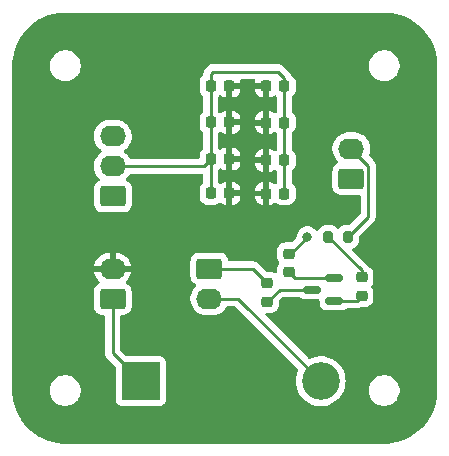
<source format=gbr>
%TF.GenerationSoftware,KiCad,Pcbnew,8.0.5*%
%TF.CreationDate,2024-09-30T19:38:02-05:00*%
%TF.ProjectId,HornProject_v0.0,486f726e-5072-46f6-9a65-63745f76302e,0.0*%
%TF.SameCoordinates,Original*%
%TF.FileFunction,Copper,L1,Top*%
%TF.FilePolarity,Positive*%
%FSLAX46Y46*%
G04 Gerber Fmt 4.6, Leading zero omitted, Abs format (unit mm)*
G04 Created by KiCad (PCBNEW 8.0.5) date 2024-09-30 19:38:02*
%MOMM*%
%LPD*%
G01*
G04 APERTURE LIST*
G04 Aperture macros list*
%AMRoundRect*
0 Rectangle with rounded corners*
0 $1 Rounding radius*
0 $2 $3 $4 $5 $6 $7 $8 $9 X,Y pos of 4 corners*
0 Add a 4 corners polygon primitive as box body*
4,1,4,$2,$3,$4,$5,$6,$7,$8,$9,$2,$3,0*
0 Add four circle primitives for the rounded corners*
1,1,$1+$1,$2,$3*
1,1,$1+$1,$4,$5*
1,1,$1+$1,$6,$7*
1,1,$1+$1,$8,$9*
0 Add four rect primitives between the rounded corners*
20,1,$1+$1,$2,$3,$4,$5,0*
20,1,$1+$1,$4,$5,$6,$7,0*
20,1,$1+$1,$6,$7,$8,$9,0*
20,1,$1+$1,$8,$9,$2,$3,0*%
G04 Aperture macros list end*
%TA.AperFunction,SMDPad,CuDef*%
%ADD10RoundRect,0.225000X0.225000X0.250000X-0.225000X0.250000X-0.225000X-0.250000X0.225000X-0.250000X0*%
%TD*%
%TA.AperFunction,SMDPad,CuDef*%
%ADD11RoundRect,0.225000X0.250000X-0.225000X0.250000X0.225000X-0.250000X0.225000X-0.250000X-0.225000X0*%
%TD*%
%TA.AperFunction,SMDPad,CuDef*%
%ADD12RoundRect,0.218750X0.256250X-0.218750X0.256250X0.218750X-0.256250X0.218750X-0.256250X-0.218750X0*%
%TD*%
%TA.AperFunction,SMDPad,CuDef*%
%ADD13RoundRect,0.218750X-0.256250X0.218750X-0.256250X-0.218750X0.256250X-0.218750X0.256250X0.218750X0*%
%TD*%
%TA.AperFunction,SMDPad,CuDef*%
%ADD14RoundRect,0.225000X-0.225000X-0.250000X0.225000X-0.250000X0.225000X0.250000X-0.225000X0.250000X0*%
%TD*%
%TA.AperFunction,SMDPad,CuDef*%
%ADD15RoundRect,0.200000X-0.200000X-0.275000X0.200000X-0.275000X0.200000X0.275000X-0.200000X0.275000X0*%
%TD*%
%TA.AperFunction,ComponentPad*%
%ADD16RoundRect,0.250000X0.845000X-0.620000X0.845000X0.620000X-0.845000X0.620000X-0.845000X-0.620000X0*%
%TD*%
%TA.AperFunction,ComponentPad*%
%ADD17O,2.190000X1.740000*%
%TD*%
%TA.AperFunction,SMDPad,CuDef*%
%ADD18RoundRect,0.150000X0.587500X0.150000X-0.587500X0.150000X-0.587500X-0.150000X0.587500X-0.150000X0*%
%TD*%
%TA.AperFunction,ComponentPad*%
%ADD19RoundRect,0.250000X-0.845000X0.620000X-0.845000X-0.620000X0.845000X-0.620000X0.845000X0.620000X0*%
%TD*%
%TA.AperFunction,ComponentPad*%
%ADD20R,3.200000X3.200000*%
%TD*%
%TA.AperFunction,ComponentPad*%
%ADD21O,3.200000X3.200000*%
%TD*%
%TA.AperFunction,ViaPad*%
%ADD22C,0.800000*%
%TD*%
%TA.AperFunction,Conductor*%
%ADD23C,0.250000*%
%TD*%
G04 APERTURE END LIST*
D10*
%TO.P,C4,1*%
%TO.N,+24V*%
X49875000Y-46400000D03*
%TO.P,C4,2*%
%TO.N,Net-(Power_Connectors1-Pin_2)*%
X48325000Y-46400000D03*
%TD*%
D11*
%TO.P,C1,1*%
%TO.N,Net-(MOSFETT1-G)*%
X61100000Y-57975000D03*
%TO.P,C1,2*%
%TO.N,Net-(C1-Pad2)*%
X61100000Y-56425000D03*
%TD*%
D12*
%TO.P,F1,1*%
%TO.N,Net-(MOSFETT1-S)*%
X54900000Y-55987500D03*
%TO.P,F1,2*%
%TO.N,GND*%
X54900000Y-54412500D03*
%TD*%
D13*
%TO.P,F2,1*%
%TO.N,/Horn Out*%
X53100000Y-56912500D03*
%TO.P,F2,2*%
%TO.N,Net-(MOSFETT1-D)*%
X53100000Y-58487500D03*
%TD*%
D14*
%TO.P,C8,1*%
%TO.N,+24V*%
X53000000Y-49320000D03*
%TO.P,C8,2*%
%TO.N,Net-(Power_Connectors1-Pin_2)*%
X54550000Y-49320000D03*
%TD*%
D15*
%TO.P,R1,1*%
%TO.N,Net-(C1-Pad2)*%
X58275000Y-53000000D03*
%TO.P,R1,2*%
%TO.N,/Horn Control*%
X59925000Y-53000000D03*
%TD*%
D10*
%TO.P,C5,1*%
%TO.N,+24V*%
X49875000Y-49300000D03*
%TO.P,C5,2*%
%TO.N,Net-(Power_Connectors1-Pin_2)*%
X48325000Y-49300000D03*
%TD*%
%TO.P,C9,1*%
%TO.N,Net-(Power_Connectors1-Pin_2)*%
X54550000Y-40220000D03*
%TO.P,C9,2*%
%TO.N,+24V*%
X53000000Y-40220000D03*
%TD*%
D16*
%TO.P,Power_Connectors1,1,Pin_1*%
%TO.N,GND*%
X40020000Y-49540000D03*
D17*
%TO.P,Power_Connectors1,2,Pin_2*%
%TO.N,Net-(Power_Connectors1-Pin_2)*%
X40020000Y-47000000D03*
%TO.P,Power_Connectors1,3,Pin_3*%
%TO.N,GND*%
X40020000Y-44460000D03*
%TD*%
D18*
%TO.P,MOSFETT1,1,G*%
%TO.N,Net-(MOSFETT1-G)*%
X58775000Y-58400000D03*
%TO.P,MOSFETT1,2,S*%
%TO.N,Net-(MOSFETT1-S)*%
X58775000Y-56500000D03*
%TO.P,MOSFETT1,3,D*%
%TO.N,Net-(MOSFETT1-D)*%
X56900000Y-57450000D03*
%TD*%
D14*
%TO.P,C7,1*%
%TO.N,+24V*%
X53000000Y-46520000D03*
%TO.P,C7,2*%
%TO.N,Net-(Power_Connectors1-Pin_2)*%
X54550000Y-46520000D03*
%TD*%
D16*
%TO.P,Horn_Out1,1,Pin_1*%
%TO.N,Net-(Horn_Out1-Pin_1)*%
X40000000Y-58250000D03*
D17*
%TO.P,Horn_Out1,2,Pin_2*%
%TO.N,+24V*%
X40000000Y-55710000D03*
%TD*%
D19*
%TO.P,Horn_Out2,1,Pin_1*%
%TO.N,/Horn Out*%
X48200000Y-55700000D03*
D17*
%TO.P,Horn_Out2,2,Pin_2*%
%TO.N,Net-(Horn_Out2-Pin_2)*%
X48200000Y-58240000D03*
%TD*%
D10*
%TO.P,C3,1*%
%TO.N,+24V*%
X49875000Y-43300000D03*
%TO.P,C3,2*%
%TO.N,Net-(Power_Connectors1-Pin_2)*%
X48325000Y-43300000D03*
%TD*%
D14*
%TO.P,C6,1*%
%TO.N,+24V*%
X53000000Y-43320000D03*
%TO.P,C6,2*%
%TO.N,Net-(Power_Connectors1-Pin_2)*%
X54550000Y-43320000D03*
%TD*%
%TO.P,C2,1*%
%TO.N,Net-(Power_Connectors1-Pin_2)*%
X48325000Y-40200000D03*
%TO.P,C2,2*%
%TO.N,+24V*%
X49875000Y-40200000D03*
%TD*%
D16*
%TO.P,Horn_Control1,1,Pin_1*%
%TO.N,GND*%
X60220000Y-48070000D03*
D17*
%TO.P,Horn_Control1,2,Pin_2*%
%TO.N,/Horn Control*%
X60220000Y-45530000D03*
%TD*%
D20*
%TO.P,Rectifier_Diode1,1,K*%
%TO.N,Net-(Horn_Out1-Pin_1)*%
X42380000Y-65200000D03*
D21*
%TO.P,Rectifier_Diode1,2,A*%
%TO.N,Net-(Horn_Out2-Pin_2)*%
X57620000Y-65200000D03*
%TD*%
D22*
%TO.N,GND*%
X56500000Y-53000000D03*
%TD*%
D23*
%TO.N,/Horn Control*%
X61640000Y-51285000D02*
X61640000Y-46950000D01*
X59925000Y-53000000D02*
X61640000Y-51285000D01*
X61640000Y-46950000D02*
X60220000Y-45530000D01*
%TO.N,Net-(Power_Connectors1-Pin_2)*%
X54550000Y-39550000D02*
X54550000Y-40220000D01*
X54000000Y-39000000D02*
X54550000Y-39550000D01*
X48500000Y-39000000D02*
X54000000Y-39000000D01*
X54550000Y-40220000D02*
X54550000Y-49320000D01*
X48325000Y-46400000D02*
X48325000Y-49300000D01*
X48325000Y-40200000D02*
X48325000Y-39175000D01*
X48325000Y-39175000D02*
X48500000Y-39000000D01*
X48325000Y-43300000D02*
X48325000Y-40200000D01*
X48325000Y-46400000D02*
X48325000Y-43300000D01*
X40020000Y-47000000D02*
X47725000Y-47000000D01*
X47725000Y-47000000D02*
X48325000Y-46400000D01*
%TO.N,GND*%
X55087500Y-54412500D02*
X56500000Y-53000000D01*
X54900000Y-54412500D02*
X55087500Y-54412500D01*
%TO.N,Net-(C1-Pad2)*%
X61100000Y-56425000D02*
X61100000Y-55825000D01*
X61100000Y-55825000D02*
X58275000Y-53000000D01*
%TO.N,Net-(MOSFETT1-G)*%
X58775000Y-58400000D02*
X60675000Y-58400000D01*
X60675000Y-58400000D02*
X61100000Y-57975000D01*
%TO.N,Net-(MOSFETT1-S)*%
X55412500Y-56500000D02*
X54900000Y-55987500D01*
X58775000Y-56500000D02*
X55412500Y-56500000D01*
%TO.N,Net-(MOSFETT1-D)*%
X54137500Y-57450000D02*
X53100000Y-58487500D01*
X56900000Y-57450000D02*
X54137500Y-57450000D01*
%TO.N,/Horn Out*%
X48200000Y-55700000D02*
X51887500Y-55700000D01*
X51887500Y-55700000D02*
X53100000Y-56912500D01*
%TO.N,Net-(Horn_Out1-Pin_1)*%
X40000000Y-58250000D02*
X40000000Y-62820000D01*
X40000000Y-62820000D02*
X42380000Y-65200000D01*
%TO.N,Net-(Horn_Out2-Pin_2)*%
X50660000Y-58240000D02*
X57620000Y-65200000D01*
X48200000Y-58240000D02*
X50660000Y-58240000D01*
%TD*%
%TA.AperFunction,Conductor*%
%TO.N,+24V*%
G36*
X63000692Y-34000007D02*
G01*
X63202929Y-34002343D01*
X63212931Y-34002863D01*
X63616336Y-34040244D01*
X63627654Y-34041823D01*
X63995590Y-34110602D01*
X64025200Y-34116137D01*
X64036351Y-34118760D01*
X64425313Y-34229429D01*
X64436151Y-34233061D01*
X64813285Y-34379164D01*
X64823747Y-34383784D01*
X65185760Y-34564044D01*
X65195748Y-34569607D01*
X65432071Y-34715932D01*
X65539599Y-34782511D01*
X65549048Y-34788984D01*
X65871779Y-35032699D01*
X65880580Y-35040008D01*
X66179448Y-35312462D01*
X66187542Y-35320556D01*
X66459987Y-35619414D01*
X66467304Y-35628225D01*
X66711015Y-35950951D01*
X66717488Y-35960400D01*
X66930387Y-36304242D01*
X66935960Y-36314249D01*
X67116211Y-36676244D01*
X67120838Y-36686721D01*
X67266934Y-37063837D01*
X67270573Y-37074697D01*
X67381239Y-37463650D01*
X67383862Y-37474799D01*
X67458174Y-37872332D01*
X67459756Y-37883676D01*
X67497135Y-38287064D01*
X67497656Y-38297073D01*
X67499992Y-38499307D01*
X67500000Y-38500739D01*
X67500000Y-65999260D01*
X67499992Y-66000692D01*
X67497656Y-66202926D01*
X67497135Y-66212935D01*
X67459756Y-66616323D01*
X67458174Y-66627667D01*
X67383862Y-67025200D01*
X67381239Y-67036349D01*
X67270573Y-67425302D01*
X67266934Y-67436162D01*
X67120838Y-67813278D01*
X67116211Y-67823755D01*
X66935960Y-68185750D01*
X66930387Y-68195757D01*
X66717488Y-68539599D01*
X66711015Y-68549048D01*
X66467304Y-68871774D01*
X66459987Y-68880585D01*
X66187542Y-69179443D01*
X66179443Y-69187542D01*
X65880585Y-69459987D01*
X65871774Y-69467304D01*
X65549048Y-69711015D01*
X65539599Y-69717488D01*
X65195757Y-69930387D01*
X65185750Y-69935960D01*
X64823755Y-70116211D01*
X64813278Y-70120838D01*
X64436162Y-70266934D01*
X64425302Y-70270573D01*
X64036349Y-70381239D01*
X64025200Y-70383862D01*
X63627667Y-70458174D01*
X63616323Y-70459756D01*
X63212935Y-70497135D01*
X63202926Y-70497656D01*
X63000693Y-70499992D01*
X62999261Y-70500000D01*
X36000739Y-70500000D01*
X35999307Y-70499992D01*
X35797073Y-70497656D01*
X35787064Y-70497135D01*
X35383676Y-70459756D01*
X35372332Y-70458174D01*
X34974799Y-70383862D01*
X34963650Y-70381239D01*
X34574697Y-70270573D01*
X34563837Y-70266934D01*
X34186721Y-70120838D01*
X34176244Y-70116211D01*
X33814249Y-69935960D01*
X33804242Y-69930387D01*
X33460400Y-69717488D01*
X33450951Y-69711015D01*
X33128225Y-69467304D01*
X33119414Y-69459987D01*
X32820556Y-69187542D01*
X32812457Y-69179443D01*
X32540012Y-68880585D01*
X32532695Y-68871774D01*
X32288984Y-68549048D01*
X32282511Y-68539599D01*
X32215932Y-68432071D01*
X32069607Y-68195748D01*
X32064044Y-68185760D01*
X31883784Y-67823747D01*
X31879161Y-67813278D01*
X31733061Y-67436151D01*
X31729429Y-67425313D01*
X31618760Y-67036349D01*
X31616137Y-67025200D01*
X31583132Y-66848637D01*
X31541823Y-66627654D01*
X31540244Y-66616336D01*
X31502863Y-66212931D01*
X31502343Y-66202926D01*
X31500008Y-66000692D01*
X31500000Y-65999260D01*
X31500000Y-65897648D01*
X34699500Y-65897648D01*
X34699500Y-66102351D01*
X34731522Y-66304534D01*
X34794781Y-66499223D01*
X34887715Y-66681613D01*
X35008028Y-66847213D01*
X35152786Y-66991971D01*
X35307749Y-67104556D01*
X35318390Y-67112287D01*
X35418430Y-67163260D01*
X35500776Y-67205218D01*
X35500778Y-67205218D01*
X35500781Y-67205220D01*
X35605137Y-67239127D01*
X35695465Y-67268477D01*
X35796557Y-67284488D01*
X35897648Y-67300500D01*
X35897649Y-67300500D01*
X36102351Y-67300500D01*
X36102352Y-67300500D01*
X36304534Y-67268477D01*
X36499219Y-67205220D01*
X36681610Y-67112287D01*
X36801476Y-67025200D01*
X36847213Y-66991971D01*
X36847215Y-66991968D01*
X36847219Y-66991966D01*
X36991966Y-66847219D01*
X36991968Y-66847215D01*
X36991971Y-66847213D01*
X37044732Y-66774590D01*
X37112287Y-66681610D01*
X37205220Y-66499219D01*
X37268477Y-66304534D01*
X37300500Y-66102352D01*
X37300500Y-65897648D01*
X37268477Y-65695466D01*
X37205220Y-65500781D01*
X37205218Y-65500778D01*
X37205218Y-65500776D01*
X37171503Y-65434607D01*
X37112287Y-65318390D01*
X37104556Y-65307749D01*
X36991971Y-65152786D01*
X36847213Y-65008028D01*
X36681613Y-64887715D01*
X36681612Y-64887714D01*
X36681610Y-64887713D01*
X36624653Y-64858691D01*
X36499223Y-64794781D01*
X36304534Y-64731522D01*
X36129995Y-64703878D01*
X36102352Y-64699500D01*
X35897648Y-64699500D01*
X35873329Y-64703351D01*
X35695465Y-64731522D01*
X35500776Y-64794781D01*
X35318386Y-64887715D01*
X35152786Y-65008028D01*
X35008028Y-65152786D01*
X34887715Y-65318386D01*
X34794781Y-65500776D01*
X34731522Y-65695465D01*
X34699500Y-65897648D01*
X31500000Y-65897648D01*
X31500000Y-57579447D01*
X38396500Y-57579447D01*
X38396500Y-58920537D01*
X38396501Y-58920553D01*
X38407113Y-59024427D01*
X38462884Y-59192735D01*
X38462886Y-59192740D01*
X38472607Y-59208500D01*
X38555970Y-59343652D01*
X38681348Y-59469030D01*
X38832262Y-59562115D01*
X39000574Y-59617887D01*
X39104455Y-59628500D01*
X39242500Y-59628499D01*
X39309539Y-59648183D01*
X39355294Y-59700987D01*
X39366500Y-59752499D01*
X39366500Y-62882398D01*
X39390843Y-63004777D01*
X39390845Y-63004785D01*
X39438598Y-63120072D01*
X39438603Y-63120081D01*
X39507928Y-63223832D01*
X39507931Y-63223836D01*
X40235181Y-63951085D01*
X40268666Y-64012408D01*
X40271500Y-64038766D01*
X40271500Y-66848654D01*
X40278011Y-66909202D01*
X40278011Y-66909204D01*
X40321277Y-67025200D01*
X40329111Y-67046204D01*
X40416739Y-67163261D01*
X40533796Y-67250889D01*
X40670799Y-67301989D01*
X40698050Y-67304918D01*
X40731345Y-67308499D01*
X40731362Y-67308500D01*
X44028638Y-67308500D01*
X44028654Y-67308499D01*
X44055692Y-67305591D01*
X44089201Y-67301989D01*
X44226204Y-67250889D01*
X44343261Y-67163261D01*
X44430889Y-67046204D01*
X44481989Y-66909201D01*
X44485591Y-66875692D01*
X44488499Y-66848654D01*
X44488500Y-66848637D01*
X44488500Y-63551362D01*
X44488499Y-63551345D01*
X44485157Y-63520270D01*
X44481989Y-63490799D01*
X44475497Y-63473394D01*
X44459522Y-63430564D01*
X44430889Y-63353796D01*
X44343261Y-63236739D01*
X44226204Y-63149111D01*
X44089203Y-63098011D01*
X44028654Y-63091500D01*
X44028638Y-63091500D01*
X41218766Y-63091500D01*
X41151727Y-63071815D01*
X41131085Y-63055181D01*
X40669819Y-62593915D01*
X40636334Y-62532592D01*
X40633500Y-62506234D01*
X40633500Y-59752499D01*
X40653185Y-59685460D01*
X40705989Y-59639705D01*
X40757500Y-59628499D01*
X40895537Y-59628499D01*
X40895544Y-59628499D01*
X40999426Y-59617887D01*
X41167738Y-59562115D01*
X41318652Y-59469030D01*
X41444030Y-59343652D01*
X41537115Y-59192738D01*
X41592887Y-59024426D01*
X41603500Y-58920545D01*
X41603499Y-57579456D01*
X41592887Y-57475574D01*
X41537115Y-57307262D01*
X41444030Y-57156348D01*
X41318652Y-57030970D01*
X41167738Y-56937885D01*
X41167736Y-56937884D01*
X41161591Y-56934094D01*
X41162484Y-56932644D01*
X41116783Y-56892395D01*
X41097639Y-56825199D01*
X41117863Y-56758320D01*
X41133954Y-56738516D01*
X41269977Y-56602493D01*
X41396728Y-56428036D01*
X41494627Y-56235901D01*
X41561266Y-56030809D01*
X41572481Y-55960000D01*
X40542709Y-55960000D01*
X40554452Y-55939661D01*
X40595000Y-55788333D01*
X40595000Y-55631667D01*
X40554452Y-55480339D01*
X40542709Y-55460000D01*
X41572481Y-55460000D01*
X41561266Y-55389190D01*
X41494627Y-55184098D01*
X41415827Y-55029447D01*
X46596500Y-55029447D01*
X46596500Y-56370537D01*
X46596501Y-56370553D01*
X46602374Y-56428036D01*
X46607113Y-56474426D01*
X46662885Y-56642738D01*
X46747919Y-56780600D01*
X46755971Y-56793653D01*
X46881347Y-56919029D01*
X46881351Y-56919032D01*
X47035555Y-57014147D01*
X47082280Y-57066095D01*
X47093501Y-57135057D01*
X47065658Y-57199139D01*
X47058140Y-57207366D01*
X46923538Y-57341968D01*
X46796001Y-57517507D01*
X46697495Y-57710837D01*
X46630442Y-57917203D01*
X46596500Y-58131504D01*
X46596500Y-58348495D01*
X46622413Y-58512101D01*
X46630443Y-58562800D01*
X46697494Y-58769160D01*
X46796001Y-58962492D01*
X46923539Y-59138033D01*
X47076967Y-59291461D01*
X47252508Y-59418999D01*
X47445840Y-59517506D01*
X47652200Y-59584557D01*
X47732566Y-59597285D01*
X47866505Y-59618500D01*
X47866510Y-59618500D01*
X48533495Y-59618500D01*
X48652551Y-59599642D01*
X48747800Y-59584557D01*
X48954160Y-59517506D01*
X49147492Y-59418999D01*
X49323033Y-59291461D01*
X49476461Y-59138033D01*
X49603999Y-58962492D01*
X49614845Y-58941204D01*
X49662817Y-58890410D01*
X49725329Y-58873500D01*
X50346234Y-58873500D01*
X50413273Y-58893185D01*
X50433915Y-58909819D01*
X55685831Y-64161735D01*
X55719316Y-64223058D01*
X55714332Y-64292750D01*
X55708248Y-64306463D01*
X55681542Y-64358004D01*
X55681540Y-64358007D01*
X55584946Y-64629798D01*
X55584941Y-64629814D01*
X55526258Y-64912219D01*
X55526257Y-64912221D01*
X55506573Y-65200000D01*
X55526257Y-65487778D01*
X55526258Y-65487780D01*
X55584941Y-65770185D01*
X55584946Y-65770201D01*
X55630241Y-65897648D01*
X55681541Y-66041992D01*
X55814247Y-66298103D01*
X55980591Y-66533758D01*
X55980595Y-66533762D01*
X55980595Y-66533763D01*
X56177477Y-66744571D01*
X56305412Y-66848654D01*
X56401228Y-66926606D01*
X56647686Y-67076481D01*
X56647688Y-67076482D01*
X56647690Y-67076483D01*
X56824066Y-67153093D01*
X56912256Y-67191400D01*
X57190011Y-67269223D01*
X57428404Y-67301989D01*
X57475774Y-67308500D01*
X57475775Y-67308500D01*
X57764226Y-67308500D01*
X57811596Y-67301989D01*
X58049989Y-67269223D01*
X58327744Y-67191400D01*
X58592314Y-67076481D01*
X58838772Y-66926606D01*
X59062526Y-66744568D01*
X59259409Y-66533758D01*
X59425753Y-66298103D01*
X59558459Y-66041992D01*
X59609759Y-65897648D01*
X61699500Y-65897648D01*
X61699500Y-66102351D01*
X61731522Y-66304534D01*
X61794781Y-66499223D01*
X61887715Y-66681613D01*
X62008028Y-66847213D01*
X62152786Y-66991971D01*
X62307749Y-67104556D01*
X62318390Y-67112287D01*
X62418430Y-67163260D01*
X62500776Y-67205218D01*
X62500778Y-67205218D01*
X62500781Y-67205220D01*
X62605137Y-67239127D01*
X62695465Y-67268477D01*
X62796557Y-67284488D01*
X62897648Y-67300500D01*
X62897649Y-67300500D01*
X63102351Y-67300500D01*
X63102352Y-67300500D01*
X63304534Y-67268477D01*
X63499219Y-67205220D01*
X63681610Y-67112287D01*
X63801476Y-67025200D01*
X63847213Y-66991971D01*
X63847215Y-66991968D01*
X63847219Y-66991966D01*
X63991966Y-66847219D01*
X63991968Y-66847215D01*
X63991971Y-66847213D01*
X64044732Y-66774590D01*
X64112287Y-66681610D01*
X64205220Y-66499219D01*
X64268477Y-66304534D01*
X64300500Y-66102352D01*
X64300500Y-65897648D01*
X64268477Y-65695466D01*
X64205220Y-65500781D01*
X64205218Y-65500778D01*
X64205218Y-65500776D01*
X64171503Y-65434607D01*
X64112287Y-65318390D01*
X64104556Y-65307749D01*
X63991971Y-65152786D01*
X63847213Y-65008028D01*
X63681613Y-64887715D01*
X63681612Y-64887714D01*
X63681610Y-64887713D01*
X63624653Y-64858691D01*
X63499223Y-64794781D01*
X63304534Y-64731522D01*
X63129995Y-64703878D01*
X63102352Y-64699500D01*
X62897648Y-64699500D01*
X62873329Y-64703351D01*
X62695465Y-64731522D01*
X62500776Y-64794781D01*
X62318386Y-64887715D01*
X62152786Y-65008028D01*
X62008028Y-65152786D01*
X61887715Y-65318386D01*
X61794781Y-65500776D01*
X61731522Y-65695465D01*
X61699500Y-65897648D01*
X59609759Y-65897648D01*
X59655055Y-65770196D01*
X59655055Y-65770191D01*
X59655058Y-65770185D01*
X59687331Y-65614870D01*
X59713742Y-65487778D01*
X59733427Y-65200000D01*
X59713742Y-64912222D01*
X59689337Y-64794780D01*
X59655058Y-64629814D01*
X59655053Y-64629798D01*
X59558459Y-64358009D01*
X59558459Y-64358008D01*
X59425753Y-64101897D01*
X59259409Y-63866242D01*
X59259404Y-63866236D01*
X59062522Y-63655428D01*
X58838771Y-63473393D01*
X58592309Y-63323516D01*
X58327745Y-63208600D01*
X58049995Y-63130778D01*
X58049990Y-63130777D01*
X58049989Y-63130777D01*
X57907107Y-63111138D01*
X57764226Y-63091500D01*
X57764225Y-63091500D01*
X57475775Y-63091500D01*
X57475774Y-63091500D01*
X57190011Y-63130777D01*
X57190004Y-63130778D01*
X56912251Y-63208601D01*
X56719331Y-63292398D01*
X56650000Y-63301052D01*
X56586996Y-63270848D01*
X56582249Y-63266345D01*
X52961084Y-59645180D01*
X52927599Y-59583857D01*
X52932583Y-59514165D01*
X52974455Y-59458232D01*
X53039919Y-59433815D01*
X53048748Y-59433499D01*
X53404710Y-59433499D01*
X53504314Y-59423324D01*
X53665692Y-59369849D01*
X53810387Y-59280600D01*
X53930600Y-59160387D01*
X54019849Y-59015692D01*
X54073324Y-58854314D01*
X54083500Y-58754711D01*
X54083499Y-58451265D01*
X54103183Y-58384227D01*
X54119809Y-58363594D01*
X54363587Y-58119816D01*
X54424909Y-58086334D01*
X54451267Y-58083500D01*
X55813377Y-58083500D01*
X55880416Y-58103185D01*
X55901058Y-58119819D01*
X55905687Y-58124448D01*
X55905696Y-58124455D01*
X55956665Y-58154598D01*
X56048899Y-58209145D01*
X56087230Y-58220281D01*
X56208664Y-58255561D01*
X56208667Y-58255561D01*
X56208669Y-58255562D01*
X56245998Y-58258500D01*
X57405000Y-58258500D01*
X57472039Y-58278185D01*
X57517794Y-58330989D01*
X57529000Y-58382500D01*
X57529000Y-58616507D01*
X57531937Y-58653829D01*
X57531938Y-58653835D01*
X57578353Y-58813596D01*
X57578355Y-58813601D01*
X57663044Y-58956803D01*
X57663051Y-58956812D01*
X57780687Y-59074448D01*
X57780691Y-59074451D01*
X57780693Y-59074453D01*
X57923899Y-59159145D01*
X57966030Y-59171385D01*
X58083664Y-59205561D01*
X58083667Y-59205561D01*
X58083669Y-59205562D01*
X58120998Y-59208500D01*
X58121004Y-59208500D01*
X59428996Y-59208500D01*
X59429002Y-59208500D01*
X59466331Y-59205562D01*
X59466333Y-59205561D01*
X59466335Y-59205561D01*
X59510482Y-59192735D01*
X59626101Y-59159145D01*
X59769307Y-59074453D01*
X59769312Y-59074448D01*
X59773942Y-59069819D01*
X59835265Y-59036334D01*
X59861623Y-59033500D01*
X60737395Y-59033500D01*
X60737396Y-59033499D01*
X60859785Y-59009155D01*
X60975075Y-58961400D01*
X60985556Y-58954396D01*
X61052233Y-58933520D01*
X61054445Y-58933500D01*
X61398867Y-58933500D01*
X61398872Y-58933500D01*
X61499336Y-58923236D01*
X61662101Y-58869302D01*
X61808040Y-58779285D01*
X61929285Y-58658040D01*
X62019302Y-58512101D01*
X62073236Y-58349336D01*
X62083500Y-58248872D01*
X62083500Y-57701128D01*
X62073236Y-57600664D01*
X62019302Y-57437899D01*
X62019298Y-57437893D01*
X62019297Y-57437890D01*
X61929287Y-57291963D01*
X61929284Y-57291959D01*
X61925006Y-57287681D01*
X61891521Y-57226358D01*
X61896505Y-57156666D01*
X61925006Y-57112319D01*
X61929285Y-57108040D01*
X62019302Y-56962101D01*
X62073236Y-56799336D01*
X62083500Y-56698872D01*
X62083500Y-56151128D01*
X62073236Y-56050664D01*
X62019302Y-55887899D01*
X62019298Y-55887893D01*
X62019297Y-55887890D01*
X61929287Y-55741963D01*
X61929284Y-55741959D01*
X61808040Y-55620715D01*
X61808036Y-55620712D01*
X61690465Y-55548193D01*
X61652461Y-55511547D01*
X61592071Y-55421167D01*
X61503833Y-55332929D01*
X60318079Y-54147175D01*
X60284594Y-54085852D01*
X60289578Y-54016160D01*
X60331450Y-53960227D01*
X60368866Y-53941110D01*
X60417913Y-53925827D01*
X60565155Y-53836816D01*
X60686816Y-53715155D01*
X60775827Y-53567913D01*
X60827013Y-53403649D01*
X60833500Y-53332265D01*
X60833499Y-53038764D01*
X60853183Y-52971726D01*
X60869813Y-52951089D01*
X62132071Y-51688833D01*
X62201400Y-51585075D01*
X62249155Y-51469785D01*
X62273500Y-51347394D01*
X62273500Y-51222606D01*
X62273500Y-46887606D01*
X62249155Y-46765215D01*
X62201400Y-46649925D01*
X62201399Y-46649924D01*
X62201396Y-46649918D01*
X62132072Y-46546168D01*
X62132071Y-46546167D01*
X62043833Y-46457929D01*
X61757245Y-46171341D01*
X61723760Y-46110018D01*
X61726994Y-46045345D01*
X61789557Y-45852800D01*
X61813599Y-45701004D01*
X61823500Y-45638495D01*
X61823500Y-45421504D01*
X61789557Y-45207203D01*
X61789557Y-45207200D01*
X61722506Y-45000840D01*
X61623999Y-44807508D01*
X61496461Y-44631967D01*
X61343033Y-44478539D01*
X61167492Y-44351001D01*
X60974160Y-44252494D01*
X60767800Y-44185443D01*
X60767798Y-44185442D01*
X60767796Y-44185442D01*
X60553495Y-44151500D01*
X60553490Y-44151500D01*
X59886510Y-44151500D01*
X59886505Y-44151500D01*
X59672203Y-44185442D01*
X59465837Y-44252495D01*
X59272507Y-44351001D01*
X59172355Y-44423766D01*
X59096967Y-44478539D01*
X59096965Y-44478541D01*
X59096964Y-44478541D01*
X58943541Y-44631964D01*
X58943541Y-44631965D01*
X58943539Y-44631967D01*
X58888766Y-44707355D01*
X58816001Y-44807507D01*
X58717495Y-45000837D01*
X58650442Y-45207203D01*
X58616500Y-45421504D01*
X58616500Y-45638495D01*
X58648083Y-45837899D01*
X58650443Y-45852800D01*
X58717494Y-46059160D01*
X58816001Y-46252492D01*
X58943539Y-46428033D01*
X58943541Y-46428035D01*
X59078139Y-46562633D01*
X59111624Y-46623956D01*
X59106640Y-46693648D01*
X59064768Y-46749581D01*
X59055556Y-46755852D01*
X58901348Y-46850969D01*
X58775971Y-46976346D01*
X58682886Y-47127259D01*
X58682884Y-47127264D01*
X58627113Y-47295572D01*
X58616500Y-47399447D01*
X58616500Y-48740537D01*
X58616501Y-48740553D01*
X58627113Y-48844427D01*
X58682884Y-49012735D01*
X58682886Y-49012740D01*
X58718142Y-49069898D01*
X58775970Y-49163652D01*
X58901348Y-49289030D01*
X59052262Y-49382115D01*
X59220574Y-49437887D01*
X59324455Y-49448500D01*
X60882500Y-49448499D01*
X60949539Y-49468184D01*
X60995294Y-49520987D01*
X61006500Y-49572499D01*
X61006500Y-50971233D01*
X60986815Y-51038272D01*
X60970181Y-51058914D01*
X60048913Y-51980181D01*
X59987590Y-52013666D01*
X59961232Y-52016500D01*
X59667727Y-52016500D01*
X59596354Y-52022985D01*
X59596344Y-52022988D01*
X59432090Y-52074171D01*
X59284841Y-52163186D01*
X59284840Y-52163187D01*
X59187681Y-52260347D01*
X59126358Y-52293832D01*
X59056666Y-52288848D01*
X59012319Y-52260347D01*
X58915158Y-52163186D01*
X58767913Y-52074173D01*
X58767907Y-52074171D01*
X58603649Y-52022987D01*
X58603647Y-52022986D01*
X58603645Y-52022986D01*
X58553667Y-52018444D01*
X58532265Y-52016500D01*
X58532262Y-52016500D01*
X58017727Y-52016500D01*
X57946354Y-52022985D01*
X57946344Y-52022988D01*
X57782090Y-52074171D01*
X57634841Y-52163186D01*
X57513187Y-52284840D01*
X57513184Y-52284844D01*
X57425054Y-52430628D01*
X57373526Y-52477815D01*
X57304667Y-52489653D01*
X57240338Y-52462384D01*
X57226788Y-52449449D01*
X57111254Y-52321135D01*
X57061306Y-52284845D01*
X56956752Y-52208882D01*
X56782288Y-52131206D01*
X56782286Y-52131205D01*
X56595487Y-52091500D01*
X56404513Y-52091500D01*
X56217714Y-52131205D01*
X56043246Y-52208883D01*
X55888745Y-52321135D01*
X55760959Y-52463057D01*
X55665473Y-52628443D01*
X55665470Y-52628450D01*
X55606459Y-52810068D01*
X55606458Y-52810072D01*
X55591637Y-52951084D01*
X55589019Y-52975995D01*
X55562434Y-53040609D01*
X55553379Y-53050714D01*
X55173913Y-53430181D01*
X55112590Y-53463666D01*
X55086232Y-53466500D01*
X54595296Y-53466500D01*
X54595280Y-53466501D01*
X54495684Y-53476676D01*
X54334310Y-53530150D01*
X54334305Y-53530152D01*
X54189611Y-53619401D01*
X54069401Y-53739611D01*
X53980152Y-53884305D01*
X53980150Y-53884310D01*
X53926675Y-54045689D01*
X53916500Y-54145281D01*
X53916500Y-54679703D01*
X53916501Y-54679719D01*
X53926676Y-54779314D01*
X53980151Y-54940692D01*
X54057750Y-55066500D01*
X54069401Y-55085388D01*
X54096332Y-55112319D01*
X54129817Y-55173642D01*
X54124833Y-55243334D01*
X54096332Y-55287681D01*
X54069401Y-55314611D01*
X53980152Y-55459305D01*
X53980150Y-55459310D01*
X53926675Y-55620689D01*
X53916500Y-55720281D01*
X53916500Y-55962676D01*
X53896815Y-56029715D01*
X53844011Y-56075470D01*
X53774853Y-56085414D01*
X53727403Y-56068215D01*
X53725848Y-56067256D01*
X53665692Y-56030151D01*
X53504314Y-55976676D01*
X53504311Y-55976675D01*
X53504312Y-55976675D01*
X53404718Y-55966500D01*
X53404711Y-55966500D01*
X53101266Y-55966500D01*
X53034227Y-55946815D01*
X53013585Y-55930181D01*
X52291336Y-55207931D01*
X52291332Y-55207928D01*
X52187581Y-55138603D01*
X52187572Y-55138598D01*
X52072285Y-55090845D01*
X52072277Y-55090843D01*
X51949898Y-55066500D01*
X51949894Y-55066500D01*
X49919261Y-55066500D01*
X49852222Y-55046815D01*
X49806467Y-54994011D01*
X49795903Y-54955100D01*
X49792887Y-54925573D01*
X49774296Y-54869470D01*
X49737115Y-54757262D01*
X49644030Y-54606348D01*
X49518652Y-54480970D01*
X49367738Y-54387885D01*
X49367735Y-54387884D01*
X49199427Y-54332113D01*
X49095545Y-54321500D01*
X47304462Y-54321500D01*
X47304446Y-54321501D01*
X47200572Y-54332113D01*
X47032264Y-54387884D01*
X47032259Y-54387886D01*
X46881346Y-54480971D01*
X46755971Y-54606346D01*
X46662886Y-54757259D01*
X46662884Y-54757264D01*
X46607113Y-54925572D01*
X46596500Y-55029447D01*
X41415827Y-55029447D01*
X41396728Y-54991963D01*
X41269974Y-54817503D01*
X41269974Y-54817502D01*
X41117497Y-54665025D01*
X40943036Y-54538271D01*
X40750901Y-54440372D01*
X40545809Y-54373734D01*
X40332820Y-54340000D01*
X40250000Y-54340000D01*
X40250000Y-55167290D01*
X40229661Y-55155548D01*
X40078333Y-55115000D01*
X39921667Y-55115000D01*
X39770339Y-55155548D01*
X39750000Y-55167290D01*
X39750000Y-54340000D01*
X39667180Y-54340000D01*
X39454190Y-54373734D01*
X39249098Y-54440372D01*
X39056963Y-54538271D01*
X38882503Y-54665025D01*
X38882502Y-54665025D01*
X38730025Y-54817502D01*
X38730025Y-54817503D01*
X38603271Y-54991963D01*
X38505372Y-55184098D01*
X38438733Y-55389190D01*
X38427519Y-55460000D01*
X39457291Y-55460000D01*
X39445548Y-55480339D01*
X39405000Y-55631667D01*
X39405000Y-55788333D01*
X39445548Y-55939661D01*
X39457291Y-55960000D01*
X38427519Y-55960000D01*
X38438733Y-56030809D01*
X38505372Y-56235901D01*
X38603271Y-56428036D01*
X38730025Y-56602496D01*
X38730025Y-56602497D01*
X38866045Y-56738517D01*
X38899530Y-56799840D01*
X38894546Y-56869532D01*
X38852674Y-56925465D01*
X38838370Y-56934031D01*
X38838409Y-56934094D01*
X38832263Y-56937884D01*
X38832262Y-56937885D01*
X38803610Y-56955558D01*
X38681346Y-57030971D01*
X38555971Y-57156346D01*
X38462886Y-57307259D01*
X38462884Y-57307264D01*
X38407113Y-57475572D01*
X38396500Y-57579447D01*
X31500000Y-57579447D01*
X31500000Y-44351504D01*
X38416500Y-44351504D01*
X38416500Y-44568495D01*
X38450442Y-44782796D01*
X38450443Y-44782800D01*
X38517494Y-44989160D01*
X38616001Y-45182492D01*
X38743539Y-45358033D01*
X38896967Y-45511461D01*
X38992685Y-45581004D01*
X39059684Y-45629682D01*
X39102349Y-45685012D01*
X39108328Y-45754626D01*
X39075722Y-45816421D01*
X39059684Y-45830318D01*
X38896967Y-45948539D01*
X38896965Y-45948541D01*
X38896964Y-45948541D01*
X38743541Y-46101964D01*
X38743541Y-46101965D01*
X38743539Y-46101967D01*
X38729956Y-46120663D01*
X38616001Y-46277507D01*
X38517495Y-46470837D01*
X38450442Y-46677203D01*
X38416500Y-46891504D01*
X38416500Y-47108495D01*
X38450442Y-47322796D01*
X38450443Y-47322800D01*
X38517494Y-47529160D01*
X38616001Y-47722492D01*
X38743539Y-47898033D01*
X38743541Y-47898035D01*
X38878139Y-48032633D01*
X38911624Y-48093956D01*
X38906640Y-48163648D01*
X38864768Y-48219581D01*
X38855556Y-48225852D01*
X38701348Y-48320969D01*
X38575971Y-48446346D01*
X38482886Y-48597259D01*
X38482884Y-48597264D01*
X38427113Y-48765572D01*
X38416500Y-48869447D01*
X38416500Y-50210537D01*
X38416501Y-50210553D01*
X38424092Y-50284855D01*
X38427113Y-50314426D01*
X38482885Y-50482738D01*
X38575970Y-50633652D01*
X38701348Y-50759030D01*
X38852262Y-50852115D01*
X39020574Y-50907887D01*
X39124455Y-50918500D01*
X40915544Y-50918499D01*
X41019426Y-50907887D01*
X41187738Y-50852115D01*
X41338652Y-50759030D01*
X41464030Y-50633652D01*
X41557115Y-50482738D01*
X41612887Y-50314426D01*
X41623500Y-50210545D01*
X41623499Y-48869456D01*
X41612887Y-48765574D01*
X41557115Y-48597262D01*
X41464030Y-48446348D01*
X41338652Y-48320970D01*
X41338648Y-48320967D01*
X41184444Y-48225852D01*
X41137719Y-48173904D01*
X41126498Y-48104942D01*
X41154341Y-48040860D01*
X41161838Y-48032655D01*
X41296461Y-47898033D01*
X41423999Y-47722492D01*
X41434845Y-47701204D01*
X41482817Y-47650410D01*
X41545329Y-47633500D01*
X47567500Y-47633500D01*
X47634539Y-47653185D01*
X47680294Y-47705989D01*
X47691500Y-47757500D01*
X47691500Y-48371510D01*
X47671815Y-48438549D01*
X47644419Y-48468770D01*
X47641961Y-48470713D01*
X47520715Y-48591959D01*
X47520712Y-48591963D01*
X47430702Y-48737890D01*
X47430697Y-48737901D01*
X47376764Y-48900663D01*
X47366500Y-49001120D01*
X47366500Y-49598879D01*
X47376764Y-49699336D01*
X47430697Y-49862098D01*
X47430702Y-49862109D01*
X47520712Y-50008036D01*
X47520715Y-50008040D01*
X47641959Y-50129284D01*
X47641963Y-50129287D01*
X47787890Y-50219297D01*
X47787893Y-50219298D01*
X47787899Y-50219302D01*
X47950664Y-50273236D01*
X48051128Y-50283500D01*
X48051133Y-50283500D01*
X48598867Y-50283500D01*
X48598872Y-50283500D01*
X48699336Y-50273236D01*
X48862101Y-50219302D01*
X49008040Y-50129285D01*
X49018329Y-50118996D01*
X49079652Y-50085511D01*
X49149344Y-50090495D01*
X49193691Y-50118996D01*
X49197267Y-50122572D01*
X49197271Y-50122575D01*
X49341507Y-50211542D01*
X49341518Y-50211547D01*
X49502393Y-50264855D01*
X49601683Y-50274999D01*
X50125000Y-50274999D01*
X50148308Y-50274999D01*
X50148322Y-50274998D01*
X50247607Y-50264855D01*
X50408481Y-50211547D01*
X50408492Y-50211542D01*
X50552728Y-50122575D01*
X50552732Y-50122572D01*
X50672572Y-50002732D01*
X50672575Y-50002728D01*
X50761542Y-49858492D01*
X50761547Y-49858481D01*
X50814855Y-49697606D01*
X50822956Y-49618322D01*
X52050001Y-49618322D01*
X52060144Y-49717607D01*
X52113452Y-49878481D01*
X52113457Y-49878492D01*
X52202424Y-50022728D01*
X52202427Y-50022732D01*
X52322267Y-50142572D01*
X52322271Y-50142575D01*
X52466507Y-50231542D01*
X52466518Y-50231547D01*
X52627393Y-50284855D01*
X52726683Y-50294999D01*
X52750000Y-50294998D01*
X52750000Y-49570000D01*
X52050001Y-49570000D01*
X52050001Y-49618322D01*
X50822956Y-49618322D01*
X50824999Y-49598322D01*
X50825000Y-49598309D01*
X50825000Y-49550000D01*
X50125000Y-49550000D01*
X50125000Y-50274999D01*
X49601683Y-50274999D01*
X49625000Y-50274998D01*
X49625000Y-49050000D01*
X50125000Y-49050000D01*
X50824999Y-49050000D01*
X50824999Y-49021677D01*
X52050000Y-49021677D01*
X52050000Y-49070000D01*
X52750000Y-49070000D01*
X52750000Y-48344999D01*
X52726693Y-48345000D01*
X52726674Y-48345001D01*
X52627392Y-48355144D01*
X52466518Y-48408452D01*
X52466507Y-48408457D01*
X52322271Y-48497424D01*
X52322267Y-48497427D01*
X52202427Y-48617267D01*
X52202424Y-48617271D01*
X52113457Y-48761507D01*
X52113452Y-48761518D01*
X52060144Y-48922393D01*
X52050000Y-49021677D01*
X50824999Y-49021677D01*
X50824999Y-49001692D01*
X50824998Y-49001677D01*
X50814855Y-48902392D01*
X50761547Y-48741518D01*
X50761542Y-48741507D01*
X50672575Y-48597271D01*
X50672572Y-48597267D01*
X50552732Y-48477427D01*
X50552728Y-48477424D01*
X50408492Y-48388457D01*
X50408481Y-48388452D01*
X50247606Y-48335144D01*
X50148322Y-48325000D01*
X50125000Y-48325000D01*
X50125000Y-49050000D01*
X49625000Y-49050000D01*
X49625000Y-48324999D01*
X49601693Y-48325000D01*
X49601674Y-48325001D01*
X49502392Y-48335144D01*
X49341518Y-48388452D01*
X49341507Y-48388457D01*
X49197271Y-48477424D01*
X49197267Y-48477427D01*
X49193691Y-48481004D01*
X49132368Y-48514489D01*
X49062676Y-48509505D01*
X49018329Y-48481004D01*
X49008038Y-48470713D01*
X49005581Y-48468770D01*
X49004334Y-48467009D01*
X49002933Y-48465608D01*
X49003172Y-48465368D01*
X48965209Y-48411745D01*
X48958500Y-48371510D01*
X48958500Y-47328489D01*
X48978185Y-47261450D01*
X49005589Y-47231223D01*
X49008034Y-47229288D01*
X49008040Y-47229285D01*
X49018329Y-47218996D01*
X49079652Y-47185511D01*
X49149344Y-47190495D01*
X49193691Y-47218996D01*
X49197267Y-47222572D01*
X49197271Y-47222575D01*
X49341507Y-47311542D01*
X49341518Y-47311547D01*
X49502393Y-47364855D01*
X49601683Y-47374999D01*
X50125000Y-47374999D01*
X50148308Y-47374999D01*
X50148322Y-47374998D01*
X50247607Y-47364855D01*
X50408481Y-47311547D01*
X50408492Y-47311542D01*
X50552728Y-47222575D01*
X50552732Y-47222572D01*
X50672572Y-47102732D01*
X50672575Y-47102728D01*
X50761542Y-46958492D01*
X50761547Y-46958481D01*
X50807990Y-46818322D01*
X52050001Y-46818322D01*
X52060144Y-46917607D01*
X52113452Y-47078481D01*
X52113457Y-47078492D01*
X52202424Y-47222728D01*
X52202427Y-47222732D01*
X52322267Y-47342572D01*
X52322271Y-47342575D01*
X52466507Y-47431542D01*
X52466518Y-47431547D01*
X52627393Y-47484855D01*
X52726683Y-47494999D01*
X52750000Y-47494998D01*
X52750000Y-46770000D01*
X52050001Y-46770000D01*
X52050001Y-46818322D01*
X50807990Y-46818322D01*
X50814855Y-46797606D01*
X50824999Y-46698322D01*
X50825000Y-46698309D01*
X50825000Y-46650000D01*
X50125000Y-46650000D01*
X50125000Y-47374999D01*
X49601683Y-47374999D01*
X49625000Y-47374998D01*
X49625000Y-46221677D01*
X52050000Y-46221677D01*
X52050000Y-46270000D01*
X52750000Y-46270000D01*
X52750000Y-45544999D01*
X52726693Y-45545000D01*
X52726674Y-45545001D01*
X52627392Y-45555144D01*
X52466518Y-45608452D01*
X52466507Y-45608457D01*
X52322271Y-45697424D01*
X52322267Y-45697427D01*
X52202427Y-45817267D01*
X52202424Y-45817271D01*
X52113457Y-45961507D01*
X52113452Y-45961518D01*
X52060144Y-46122393D01*
X52050000Y-46221677D01*
X49625000Y-46221677D01*
X49625000Y-46150000D01*
X50125000Y-46150000D01*
X50824999Y-46150000D01*
X50824999Y-46101692D01*
X50824998Y-46101677D01*
X50814855Y-46002392D01*
X50761547Y-45841518D01*
X50761542Y-45841507D01*
X50672575Y-45697271D01*
X50672572Y-45697267D01*
X50552732Y-45577427D01*
X50552728Y-45577424D01*
X50408492Y-45488457D01*
X50408481Y-45488452D01*
X50247606Y-45435144D01*
X50148322Y-45425000D01*
X50125000Y-45425000D01*
X50125000Y-46150000D01*
X49625000Y-46150000D01*
X49625000Y-45424999D01*
X49601693Y-45425000D01*
X49601674Y-45425001D01*
X49502392Y-45435144D01*
X49341518Y-45488452D01*
X49341507Y-45488457D01*
X49197271Y-45577424D01*
X49197267Y-45577427D01*
X49193691Y-45581004D01*
X49132368Y-45614489D01*
X49062676Y-45609505D01*
X49018329Y-45581004D01*
X49008038Y-45570713D01*
X49005581Y-45568770D01*
X49004334Y-45567009D01*
X49002933Y-45565608D01*
X49003172Y-45565368D01*
X48965209Y-45511745D01*
X48958500Y-45471510D01*
X48958500Y-44228489D01*
X48978185Y-44161450D01*
X49005589Y-44131223D01*
X49008034Y-44129288D01*
X49008040Y-44129285D01*
X49018329Y-44118996D01*
X49079652Y-44085511D01*
X49149344Y-44090495D01*
X49193691Y-44118996D01*
X49197267Y-44122572D01*
X49197271Y-44122575D01*
X49341507Y-44211542D01*
X49341518Y-44211547D01*
X49502393Y-44264855D01*
X49601683Y-44274999D01*
X50125000Y-44274999D01*
X50148308Y-44274999D01*
X50148322Y-44274998D01*
X50247607Y-44264855D01*
X50408481Y-44211547D01*
X50408492Y-44211542D01*
X50552728Y-44122575D01*
X50552732Y-44122572D01*
X50672572Y-44002732D01*
X50672575Y-44002728D01*
X50761542Y-43858492D01*
X50761547Y-43858481D01*
X50814855Y-43697606D01*
X50822956Y-43618322D01*
X52050001Y-43618322D01*
X52060144Y-43717607D01*
X52113452Y-43878481D01*
X52113457Y-43878492D01*
X52202424Y-44022728D01*
X52202427Y-44022732D01*
X52322267Y-44142572D01*
X52322271Y-44142575D01*
X52466507Y-44231542D01*
X52466518Y-44231547D01*
X52627393Y-44284855D01*
X52726683Y-44294999D01*
X52750000Y-44294998D01*
X52750000Y-43570000D01*
X52050001Y-43570000D01*
X52050001Y-43618322D01*
X50822956Y-43618322D01*
X50824999Y-43598322D01*
X50825000Y-43598309D01*
X50825000Y-43550000D01*
X50125000Y-43550000D01*
X50125000Y-44274999D01*
X49601683Y-44274999D01*
X49625000Y-44274998D01*
X49625000Y-43050000D01*
X50125000Y-43050000D01*
X50824999Y-43050000D01*
X50824999Y-43021677D01*
X52050000Y-43021677D01*
X52050000Y-43070000D01*
X52750000Y-43070000D01*
X52750000Y-42344999D01*
X52726693Y-42345000D01*
X52726674Y-42345001D01*
X52627392Y-42355144D01*
X52466518Y-42408452D01*
X52466507Y-42408457D01*
X52322271Y-42497424D01*
X52322267Y-42497427D01*
X52202427Y-42617267D01*
X52202424Y-42617271D01*
X52113457Y-42761507D01*
X52113452Y-42761518D01*
X52060144Y-42922393D01*
X52050000Y-43021677D01*
X50824999Y-43021677D01*
X50824999Y-43001692D01*
X50824998Y-43001677D01*
X50814855Y-42902392D01*
X50761547Y-42741518D01*
X50761542Y-42741507D01*
X50672575Y-42597271D01*
X50672572Y-42597267D01*
X50552732Y-42477427D01*
X50552728Y-42477424D01*
X50408492Y-42388457D01*
X50408481Y-42388452D01*
X50247606Y-42335144D01*
X50148322Y-42325000D01*
X50125000Y-42325000D01*
X50125000Y-43050000D01*
X49625000Y-43050000D01*
X49625000Y-42324999D01*
X49601693Y-42325000D01*
X49601674Y-42325001D01*
X49502392Y-42335144D01*
X49341518Y-42388452D01*
X49341507Y-42388457D01*
X49197271Y-42477424D01*
X49197267Y-42477427D01*
X49193691Y-42481004D01*
X49132368Y-42514489D01*
X49062676Y-42509505D01*
X49018329Y-42481004D01*
X49008038Y-42470713D01*
X49005581Y-42468770D01*
X49004334Y-42467009D01*
X49002933Y-42465608D01*
X49003172Y-42465368D01*
X48965209Y-42411745D01*
X48958500Y-42371510D01*
X48958500Y-41128489D01*
X48978185Y-41061450D01*
X49005589Y-41031223D01*
X49008034Y-41029288D01*
X49008040Y-41029285D01*
X49018329Y-41018996D01*
X49079652Y-40985511D01*
X49149344Y-40990495D01*
X49193691Y-41018996D01*
X49197267Y-41022572D01*
X49197271Y-41022575D01*
X49341507Y-41111542D01*
X49341518Y-41111547D01*
X49502393Y-41164855D01*
X49601683Y-41174999D01*
X50125000Y-41174999D01*
X50148308Y-41174999D01*
X50148322Y-41174998D01*
X50247607Y-41164855D01*
X50408481Y-41111547D01*
X50408492Y-41111542D01*
X50552728Y-41022575D01*
X50552732Y-41022572D01*
X50672572Y-40902732D01*
X50672575Y-40902728D01*
X50761542Y-40758492D01*
X50761547Y-40758481D01*
X50814855Y-40597606D01*
X50822956Y-40518322D01*
X52050001Y-40518322D01*
X52060144Y-40617607D01*
X52113452Y-40778481D01*
X52113457Y-40778492D01*
X52202424Y-40922728D01*
X52202427Y-40922732D01*
X52322267Y-41042572D01*
X52322271Y-41042575D01*
X52466507Y-41131542D01*
X52466518Y-41131547D01*
X52627393Y-41184855D01*
X52726683Y-41194999D01*
X52750000Y-41194998D01*
X52750000Y-40470000D01*
X52050001Y-40470000D01*
X52050001Y-40518322D01*
X50822956Y-40518322D01*
X50824999Y-40498322D01*
X50825000Y-40498309D01*
X50825000Y-40450000D01*
X50125000Y-40450000D01*
X50125000Y-41174999D01*
X49601683Y-41174999D01*
X49625000Y-41174998D01*
X49625000Y-40074000D01*
X49644685Y-40006961D01*
X49697489Y-39961206D01*
X49749000Y-39950000D01*
X50824999Y-39950000D01*
X50824999Y-39901692D01*
X50824998Y-39901677D01*
X50814855Y-39802390D01*
X50812904Y-39796500D01*
X50810504Y-39726672D01*
X50846238Y-39666631D01*
X50908759Y-39635441D01*
X50930611Y-39633500D01*
X51951017Y-39633500D01*
X52018056Y-39653185D01*
X52063811Y-39705989D01*
X52073755Y-39775147D01*
X52068723Y-39796505D01*
X52060143Y-39822394D01*
X52050000Y-39921677D01*
X52050000Y-39970000D01*
X53126000Y-39970000D01*
X53193039Y-39989685D01*
X53238794Y-40042489D01*
X53250000Y-40094000D01*
X53250000Y-41194999D01*
X53273308Y-41194999D01*
X53273322Y-41194998D01*
X53372607Y-41184855D01*
X53533481Y-41131547D01*
X53533492Y-41131542D01*
X53677728Y-41042575D01*
X53677732Y-41042572D01*
X53681309Y-41038996D01*
X53742632Y-41005511D01*
X53812324Y-41010495D01*
X53856671Y-41038996D01*
X53866959Y-41049284D01*
X53869411Y-41051223D01*
X53870655Y-41052980D01*
X53872067Y-41054392D01*
X53871825Y-41054633D01*
X53909788Y-41108245D01*
X53916500Y-41148489D01*
X53916500Y-42391510D01*
X53896815Y-42458549D01*
X53869419Y-42488770D01*
X53866961Y-42490713D01*
X53856671Y-42501004D01*
X53795348Y-42534489D01*
X53725656Y-42529505D01*
X53681309Y-42501004D01*
X53677732Y-42497427D01*
X53677728Y-42497424D01*
X53533492Y-42408457D01*
X53533481Y-42408452D01*
X53372606Y-42355144D01*
X53273322Y-42345000D01*
X53250000Y-42345000D01*
X53250000Y-44294999D01*
X53273308Y-44294999D01*
X53273322Y-44294998D01*
X53372607Y-44284855D01*
X53533481Y-44231547D01*
X53533492Y-44231542D01*
X53677728Y-44142575D01*
X53677732Y-44142572D01*
X53681309Y-44138996D01*
X53742632Y-44105511D01*
X53812324Y-44110495D01*
X53856671Y-44138996D01*
X53866959Y-44149284D01*
X53869411Y-44151223D01*
X53870655Y-44152980D01*
X53872067Y-44154392D01*
X53871825Y-44154633D01*
X53909788Y-44208245D01*
X53916500Y-44248489D01*
X53916500Y-45591510D01*
X53896815Y-45658549D01*
X53869419Y-45688770D01*
X53866961Y-45690713D01*
X53856671Y-45701004D01*
X53795348Y-45734489D01*
X53725656Y-45729505D01*
X53681309Y-45701004D01*
X53677732Y-45697427D01*
X53677728Y-45697424D01*
X53533492Y-45608457D01*
X53533481Y-45608452D01*
X53372606Y-45555144D01*
X53273322Y-45545000D01*
X53250000Y-45545000D01*
X53250000Y-47494999D01*
X53273308Y-47494999D01*
X53273322Y-47494998D01*
X53372607Y-47484855D01*
X53533481Y-47431547D01*
X53533492Y-47431542D01*
X53677728Y-47342575D01*
X53677732Y-47342572D01*
X53681309Y-47338996D01*
X53742632Y-47305511D01*
X53812324Y-47310495D01*
X53856671Y-47338996D01*
X53866959Y-47349284D01*
X53869411Y-47351223D01*
X53870655Y-47352980D01*
X53872067Y-47354392D01*
X53871825Y-47354633D01*
X53909788Y-47408245D01*
X53916500Y-47448489D01*
X53916500Y-48391510D01*
X53896815Y-48458549D01*
X53869419Y-48488770D01*
X53866961Y-48490713D01*
X53856671Y-48501004D01*
X53795348Y-48534489D01*
X53725656Y-48529505D01*
X53681309Y-48501004D01*
X53677732Y-48497427D01*
X53677728Y-48497424D01*
X53533492Y-48408457D01*
X53533481Y-48408452D01*
X53372606Y-48355144D01*
X53273322Y-48345000D01*
X53250000Y-48345000D01*
X53250000Y-50294999D01*
X53273308Y-50294999D01*
X53273322Y-50294998D01*
X53372607Y-50284855D01*
X53533481Y-50231547D01*
X53533492Y-50231542D01*
X53677728Y-50142575D01*
X53677732Y-50142572D01*
X53681309Y-50138996D01*
X53742632Y-50105511D01*
X53812324Y-50110495D01*
X53856671Y-50138996D01*
X53866959Y-50149284D01*
X53866963Y-50149287D01*
X54012890Y-50239297D01*
X54012893Y-50239298D01*
X54012899Y-50239302D01*
X54175664Y-50293236D01*
X54276128Y-50303500D01*
X54276133Y-50303500D01*
X54823867Y-50303500D01*
X54823872Y-50303500D01*
X54924336Y-50293236D01*
X55087101Y-50239302D01*
X55233040Y-50149285D01*
X55354285Y-50028040D01*
X55444302Y-49882101D01*
X55498236Y-49719336D01*
X55508500Y-49618872D01*
X55508500Y-49021128D01*
X55498236Y-48920664D01*
X55444302Y-48757899D01*
X55444298Y-48757893D01*
X55444297Y-48757890D01*
X55354287Y-48611963D01*
X55354284Y-48611959D01*
X55233038Y-48490713D01*
X55230581Y-48488770D01*
X55229334Y-48487009D01*
X55227933Y-48485608D01*
X55228172Y-48485368D01*
X55190209Y-48431745D01*
X55183500Y-48391510D01*
X55183500Y-47448489D01*
X55203185Y-47381450D01*
X55230589Y-47351223D01*
X55233034Y-47349288D01*
X55233040Y-47349285D01*
X55354285Y-47228040D01*
X55444302Y-47082101D01*
X55498236Y-46919336D01*
X55508500Y-46818872D01*
X55508500Y-46221128D01*
X55498236Y-46120664D01*
X55444302Y-45957899D01*
X55444298Y-45957893D01*
X55444297Y-45957890D01*
X55354287Y-45811963D01*
X55354284Y-45811959D01*
X55233038Y-45690713D01*
X55230581Y-45688770D01*
X55229334Y-45687009D01*
X55227933Y-45685608D01*
X55228172Y-45685368D01*
X55190209Y-45631745D01*
X55183500Y-45591510D01*
X55183500Y-44248489D01*
X55203185Y-44181450D01*
X55230589Y-44151223D01*
X55233034Y-44149288D01*
X55233040Y-44149285D01*
X55354285Y-44028040D01*
X55444302Y-43882101D01*
X55498236Y-43719336D01*
X55508500Y-43618872D01*
X55508500Y-43021128D01*
X55498236Y-42920664D01*
X55444302Y-42757899D01*
X55444298Y-42757893D01*
X55444297Y-42757890D01*
X55354287Y-42611963D01*
X55354284Y-42611959D01*
X55233038Y-42490713D01*
X55230581Y-42488770D01*
X55229334Y-42487009D01*
X55227933Y-42485608D01*
X55228172Y-42485368D01*
X55190209Y-42431745D01*
X55183500Y-42391510D01*
X55183500Y-41148489D01*
X55203185Y-41081450D01*
X55230589Y-41051223D01*
X55233034Y-41049288D01*
X55233040Y-41049285D01*
X55354285Y-40928040D01*
X55444302Y-40782101D01*
X55498236Y-40619336D01*
X55508500Y-40518872D01*
X55508500Y-39921128D01*
X55498236Y-39820664D01*
X55444302Y-39657899D01*
X55444298Y-39657893D01*
X55444297Y-39657890D01*
X55354287Y-39511963D01*
X55354284Y-39511959D01*
X55233039Y-39390714D01*
X55182108Y-39359299D01*
X55135384Y-39307350D01*
X55132645Y-39301214D01*
X55111401Y-39249928D01*
X55111400Y-39249925D01*
X55111398Y-39249922D01*
X55111396Y-39249918D01*
X55042072Y-39146168D01*
X55008505Y-39112601D01*
X54953833Y-39057929D01*
X54700438Y-38804534D01*
X54403836Y-38507931D01*
X54403832Y-38507928D01*
X54300081Y-38438603D01*
X54300072Y-38438598D01*
X54201209Y-38397648D01*
X61699500Y-38397648D01*
X61699500Y-38602351D01*
X61731522Y-38804534D01*
X61794781Y-38999223D01*
X61852551Y-39112601D01*
X61869654Y-39146168D01*
X61887715Y-39181613D01*
X62008028Y-39347213D01*
X62152786Y-39491971D01*
X62307749Y-39604556D01*
X62318390Y-39612287D01*
X62425046Y-39666631D01*
X62500776Y-39705218D01*
X62500778Y-39705218D01*
X62500781Y-39705220D01*
X62605137Y-39739127D01*
X62695465Y-39768477D01*
X62796557Y-39784488D01*
X62897648Y-39800500D01*
X62897649Y-39800500D01*
X63102351Y-39800500D01*
X63102352Y-39800500D01*
X63304534Y-39768477D01*
X63499219Y-39705220D01*
X63681610Y-39612287D01*
X63774590Y-39544732D01*
X63847213Y-39491971D01*
X63847215Y-39491968D01*
X63847219Y-39491966D01*
X63991966Y-39347219D01*
X63991968Y-39347215D01*
X63991971Y-39347213D01*
X64062651Y-39249928D01*
X64112287Y-39181610D01*
X64205220Y-38999219D01*
X64268477Y-38804534D01*
X64300500Y-38602352D01*
X64300500Y-38397648D01*
X64268477Y-38195466D01*
X64205220Y-38000781D01*
X64205218Y-38000778D01*
X64205218Y-38000776D01*
X64145552Y-37883676D01*
X64112287Y-37818390D01*
X64104556Y-37807749D01*
X63991971Y-37652786D01*
X63847213Y-37508028D01*
X63681613Y-37387715D01*
X63681612Y-37387714D01*
X63681610Y-37387713D01*
X63624653Y-37358691D01*
X63499223Y-37294781D01*
X63304534Y-37231522D01*
X63129995Y-37203878D01*
X63102352Y-37199500D01*
X62897648Y-37199500D01*
X62873329Y-37203351D01*
X62695465Y-37231522D01*
X62500776Y-37294781D01*
X62318386Y-37387715D01*
X62152786Y-37508028D01*
X62008028Y-37652786D01*
X61887715Y-37818386D01*
X61794781Y-38000776D01*
X61731522Y-38195465D01*
X61699500Y-38397648D01*
X54201209Y-38397648D01*
X54184785Y-38390845D01*
X54184777Y-38390843D01*
X54062398Y-38366500D01*
X54062394Y-38366500D01*
X48562393Y-38366500D01*
X48437606Y-38366500D01*
X48437601Y-38366500D01*
X48315222Y-38390843D01*
X48315214Y-38390845D01*
X48199927Y-38438598D01*
X48199918Y-38438603D01*
X48096167Y-38507928D01*
X48096163Y-38507931D01*
X47921167Y-38682929D01*
X47877047Y-38727049D01*
X47832927Y-38771168D01*
X47763603Y-38874918D01*
X47763598Y-38874927D01*
X47715845Y-38990214D01*
X47715843Y-38990222D01*
X47691500Y-39112601D01*
X47691500Y-39271510D01*
X47671815Y-39338549D01*
X47644419Y-39368770D01*
X47641961Y-39370713D01*
X47520715Y-39491959D01*
X47520712Y-39491963D01*
X47430702Y-39637890D01*
X47430697Y-39637901D01*
X47376764Y-39800663D01*
X47366500Y-39901120D01*
X47366500Y-40498879D01*
X47376764Y-40599336D01*
X47430697Y-40762098D01*
X47430702Y-40762109D01*
X47520712Y-40908036D01*
X47520715Y-40908040D01*
X47641959Y-41029284D01*
X47644411Y-41031223D01*
X47645655Y-41032980D01*
X47647067Y-41034392D01*
X47646825Y-41034633D01*
X47684788Y-41088245D01*
X47691500Y-41128489D01*
X47691500Y-42371510D01*
X47671815Y-42438549D01*
X47644419Y-42468770D01*
X47641961Y-42470713D01*
X47520715Y-42591959D01*
X47520712Y-42591963D01*
X47430702Y-42737890D01*
X47430697Y-42737901D01*
X47376764Y-42900663D01*
X47366500Y-43001120D01*
X47366500Y-43598879D01*
X47376764Y-43699336D01*
X47430697Y-43862098D01*
X47430702Y-43862109D01*
X47520712Y-44008036D01*
X47520715Y-44008040D01*
X47641959Y-44129284D01*
X47644411Y-44131223D01*
X47645655Y-44132980D01*
X47647067Y-44134392D01*
X47646825Y-44134633D01*
X47684788Y-44188245D01*
X47691500Y-44228489D01*
X47691500Y-45471510D01*
X47671815Y-45538549D01*
X47644419Y-45568770D01*
X47641961Y-45570713D01*
X47520715Y-45691959D01*
X47520712Y-45691963D01*
X47430702Y-45837890D01*
X47430697Y-45837901D01*
X47376764Y-46000663D01*
X47366500Y-46101120D01*
X47366500Y-46242500D01*
X47346815Y-46309539D01*
X47294011Y-46355294D01*
X47242500Y-46366500D01*
X41545329Y-46366500D01*
X41478290Y-46346815D01*
X41434845Y-46298795D01*
X41423999Y-46277508D01*
X41296461Y-46101967D01*
X41143033Y-45948539D01*
X41011254Y-45852796D01*
X40980316Y-45830318D01*
X40937650Y-45774988D01*
X40931671Y-45705375D01*
X40964277Y-45643580D01*
X40980316Y-45629682D01*
X41047315Y-45581004D01*
X41143033Y-45511461D01*
X41296461Y-45358033D01*
X41423999Y-45182492D01*
X41522506Y-44989160D01*
X41589557Y-44782800D01*
X41604642Y-44687551D01*
X41623500Y-44568495D01*
X41623500Y-44351504D01*
X41596565Y-44181450D01*
X41589557Y-44137200D01*
X41522506Y-43930840D01*
X41423999Y-43737508D01*
X41296461Y-43561967D01*
X41143033Y-43408539D01*
X40967492Y-43281001D01*
X40774160Y-43182494D01*
X40567800Y-43115443D01*
X40567798Y-43115442D01*
X40567796Y-43115442D01*
X40353495Y-43081500D01*
X40353490Y-43081500D01*
X39686510Y-43081500D01*
X39686505Y-43081500D01*
X39472203Y-43115442D01*
X39265837Y-43182495D01*
X39072507Y-43281001D01*
X38972355Y-43353766D01*
X38896967Y-43408539D01*
X38896965Y-43408541D01*
X38896964Y-43408541D01*
X38743541Y-43561964D01*
X38743541Y-43561965D01*
X38743539Y-43561967D01*
X38702195Y-43618872D01*
X38616001Y-43737507D01*
X38517495Y-43930837D01*
X38450442Y-44137203D01*
X38416500Y-44351504D01*
X31500000Y-44351504D01*
X31500000Y-38500739D01*
X31500008Y-38499307D01*
X31501182Y-38397648D01*
X34699500Y-38397648D01*
X34699500Y-38602351D01*
X34731522Y-38804534D01*
X34794781Y-38999223D01*
X34852551Y-39112601D01*
X34869654Y-39146168D01*
X34887715Y-39181613D01*
X35008028Y-39347213D01*
X35152786Y-39491971D01*
X35307749Y-39604556D01*
X35318390Y-39612287D01*
X35425046Y-39666631D01*
X35500776Y-39705218D01*
X35500778Y-39705218D01*
X35500781Y-39705220D01*
X35605137Y-39739127D01*
X35695465Y-39768477D01*
X35796557Y-39784488D01*
X35897648Y-39800500D01*
X35897649Y-39800500D01*
X36102351Y-39800500D01*
X36102352Y-39800500D01*
X36304534Y-39768477D01*
X36499219Y-39705220D01*
X36681610Y-39612287D01*
X36774590Y-39544732D01*
X36847213Y-39491971D01*
X36847215Y-39491968D01*
X36847219Y-39491966D01*
X36991966Y-39347219D01*
X36991968Y-39347215D01*
X36991971Y-39347213D01*
X37062651Y-39249928D01*
X37112287Y-39181610D01*
X37205220Y-38999219D01*
X37268477Y-38804534D01*
X37300500Y-38602352D01*
X37300500Y-38397648D01*
X37268477Y-38195466D01*
X37205220Y-38000781D01*
X37205218Y-38000778D01*
X37205218Y-38000776D01*
X37145552Y-37883676D01*
X37112287Y-37818390D01*
X37104556Y-37807749D01*
X36991971Y-37652786D01*
X36847213Y-37508028D01*
X36681613Y-37387715D01*
X36681612Y-37387714D01*
X36681610Y-37387713D01*
X36624653Y-37358691D01*
X36499223Y-37294781D01*
X36304534Y-37231522D01*
X36129995Y-37203878D01*
X36102352Y-37199500D01*
X35897648Y-37199500D01*
X35873329Y-37203351D01*
X35695465Y-37231522D01*
X35500776Y-37294781D01*
X35318386Y-37387715D01*
X35152786Y-37508028D01*
X35008028Y-37652786D01*
X34887715Y-37818386D01*
X34794781Y-38000776D01*
X34731522Y-38195465D01*
X34699500Y-38397648D01*
X31501182Y-38397648D01*
X31502343Y-38297073D01*
X31502864Y-38287064D01*
X31511352Y-38195465D01*
X31540245Y-37883660D01*
X31541822Y-37872348D01*
X31616137Y-37474796D01*
X31618760Y-37463650D01*
X31729431Y-37074680D01*
X31733058Y-37063855D01*
X31879167Y-36686705D01*
X31883780Y-36676260D01*
X32064049Y-36314230D01*
X32069601Y-36304260D01*
X32282514Y-35960394D01*
X32288984Y-35950951D01*
X32532707Y-35628209D01*
X32539998Y-35619429D01*
X32812472Y-35320540D01*
X32820540Y-35312472D01*
X33119429Y-35039998D01*
X33128209Y-35032707D01*
X33450956Y-34788980D01*
X33460394Y-34782514D01*
X33804260Y-34569601D01*
X33814230Y-34564049D01*
X34176260Y-34383780D01*
X34186705Y-34379167D01*
X34563855Y-34233058D01*
X34574680Y-34229431D01*
X34963652Y-34118759D01*
X34974796Y-34116137D01*
X35372348Y-34041822D01*
X35383660Y-34040245D01*
X35787069Y-34002863D01*
X35797069Y-34002343D01*
X35999307Y-34000007D01*
X36000739Y-34000000D01*
X62999261Y-34000000D01*
X63000692Y-34000007D01*
G37*
%TD.AperFunction*%
%TD*%
M02*

</source>
